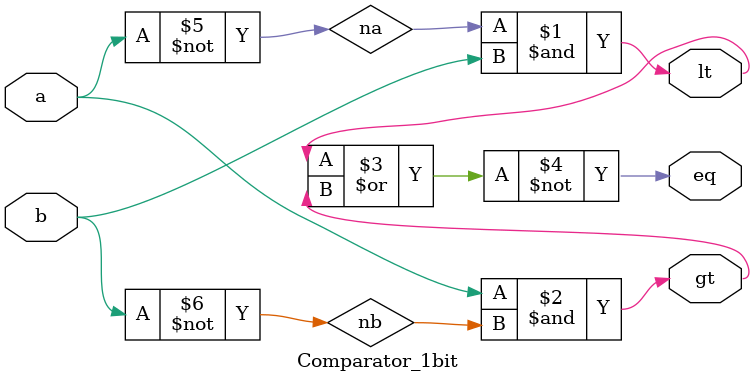
<source format=v>
`timescale 1ns/1ps

module Comparator_3bits_top (a, b, gt, eq, lt);
input [3-1:0] a, b;
output [3-1:0] gt, lt;
output [10-1:0] eq;
wire g, e, l;
wire ng, ne, nl;

Comparator_3bits cmp3bits (
    .a (a),
    .b (b),
    .a_lt_b (l),
    .a_gt_b (g),
    .a_eq_b (e)
);

not not_g (ng, g);
not out_g0 (gt[0], ng);
not out_g1 (gt[1], ng);
not out_g2 (gt[2], ng);

not not_l (nl, l);
not out_l0 (lt[0], nl);
not out_l1 (lt[1], nl);
not out_l2 (lt[2], nl);

not not_e (ne, e);
not out_e0 (eq[0], ne);
not out_e1 (eq[1], ne);
not out_e2 (eq[2], ne);
not out_e3 (eq[3], ne);
not out_e4 (eq[4], ne);
not out_e5 (eq[5], ne);
not out_e6 (eq[6], ne);
not out_e7 (eq[7], ne);
not out_e8 (eq[8], ne);
not out_e9 (eq[9], ne);

endmodule

module Comparator_3bits (a, b, a_lt_b, a_gt_b, a_eq_b);
input [3-1:0] a, b;
output a_lt_b, a_gt_b, a_eq_b;
wire [3-1:0] lt, gt, eq;
wire [2-1:0] lt_w, gt_w;

Comparator_1bit cmp0 (
    .a (a[0]),
    .b (b[0]),
    .lt (lt[0]),
    .gt (gt[0]),
    .eq (eq[0])
);

Comparator_1bit cmp1 (
    .a (a[1]),
    .b (b[1]),
    .lt (lt[1]),
    .gt (gt[1]),
    .eq (eq[1])
);

Comparator_1bit cmp2 (
    .a (a[2]),
    .b (b[2]),
    .lt (lt[2]),
    .gt (gt[2]),
    .eq (eq[2])
);

and and_lt1 (lt_w[0], eq[2], lt[1]);
and and_lt2 (lt_w[1], eq[2], eq[1], lt[0]);
or out_lt (a_lt_b, lt[2], lt_w[1], lt_w[0]);

and and_gt1 (gt_w[0], eq[2], gt[1]);
and and_gt2 (gt_w[1], eq[2], eq[1], gt[0]);
or out_gt (a_gt_b, gt[2], gt_w[1], gt_w[0]);

and out_eq (a_eq_b, eq[2], eq[1], eq[0]);

endmodule

module Comparator_1bit (a, b, lt, gt, eq);
input a, b;
output lt, gt, eq;
wire na, nb;

not not_a (na, a);
not not_b (nb, b);

and out_lt (lt, na, b);
and out_gt (gt, a, nb);
nor out_eq (eq, lt, gt);

endmodule

</source>
